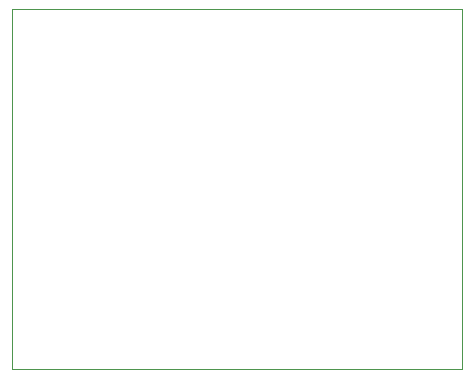
<source format=gbr>
G04 #@! TF.GenerationSoftware,KiCad,Pcbnew,(5.1.5)-2*
G04 #@! TF.CreationDate,2020-02-05T11:48:52+00:00*
G04 #@! TF.ProjectId,OPA1622_eval,4f504131-3632-4325-9f65-76616c2e6b69,rev?*
G04 #@! TF.SameCoordinates,Original*
G04 #@! TF.FileFunction,Profile,NP*
%FSLAX46Y46*%
G04 Gerber Fmt 4.6, Leading zero omitted, Abs format (unit mm)*
G04 Created by KiCad (PCBNEW (5.1.5)-2) date 2020-02-05 11:48:52*
%MOMM*%
%LPD*%
G04 APERTURE LIST*
%ADD10C,0.050000*%
G04 APERTURE END LIST*
D10*
X161290000Y-121920000D02*
X123190000Y-121920000D01*
X161290000Y-152400000D02*
X161290000Y-121920000D01*
X123190000Y-152400000D02*
X161290000Y-152400000D01*
X123190000Y-121920000D02*
X123190000Y-152400000D01*
M02*

</source>
